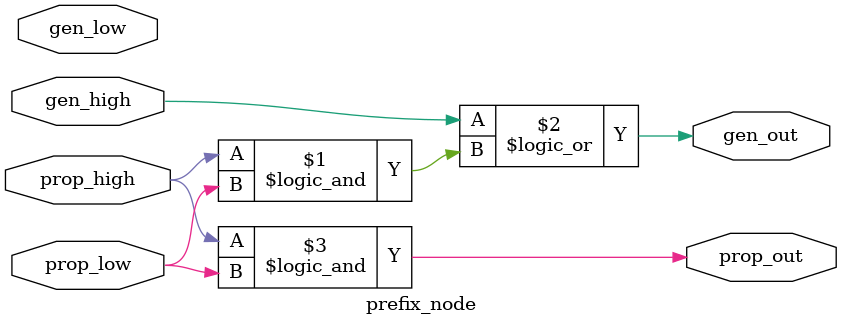
<source format=v>
module prefix_node (
    input gen_high, gen_low, prop_high, prop_low,
    output gen_out, prop_out
);

assign gen_out = gen_high || (prop_high && prop_low);
assign prop_out = prop_high && prop_low;

endmodule

</source>
